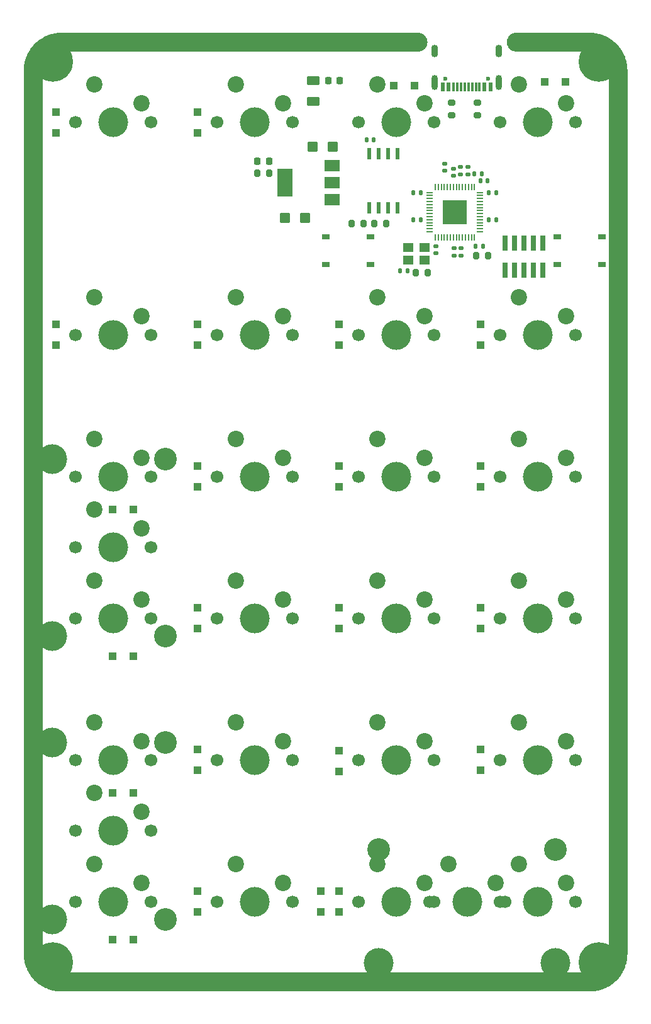
<source format=gts>
G04 #@! TF.GenerationSoftware,KiCad,Pcbnew,(7.0.0)*
G04 #@! TF.CreationDate,2023-02-14T22:37:06+01:00*
G04 #@! TF.ProjectId,MPad2040_V1,4d506164-3230-4343-905f-56312e6b6963,1.1*
G04 #@! TF.SameCoordinates,Original*
G04 #@! TF.FileFunction,Soldermask,Top*
G04 #@! TF.FilePolarity,Negative*
%FSLAX46Y46*%
G04 Gerber Fmt 4.6, Leading zero omitted, Abs format (unit mm)*
G04 Created by KiCad (PCBNEW (7.0.0)) date 2023-02-14 22:37:06*
%MOMM*%
%LPD*%
G01*
G04 APERTURE LIST*
G04 Aperture macros list*
%AMRoundRect*
0 Rectangle with rounded corners*
0 $1 Rounding radius*
0 $2 $3 $4 $5 $6 $7 $8 $9 X,Y pos of 4 corners*
0 Add a 4 corners polygon primitive as box body*
4,1,4,$2,$3,$4,$5,$6,$7,$8,$9,$2,$3,0*
0 Add four circle primitives for the rounded corners*
1,1,$1+$1,$2,$3*
1,1,$1+$1,$4,$5*
1,1,$1+$1,$6,$7*
1,1,$1+$1,$8,$9*
0 Add four rect primitives between the rounded corners*
20,1,$1+$1,$2,$3,$4,$5,0*
20,1,$1+$1,$4,$5,$6,$7,0*
20,1,$1+$1,$6,$7,$8,$9,0*
20,1,$1+$1,$8,$9,$2,$3,0*%
G04 Aperture macros list end*
%ADD10R,1.100000X1.100000*%
%ADD11RoundRect,0.200000X0.200000X0.275000X-0.200000X0.275000X-0.200000X-0.275000X0.200000X-0.275000X0*%
%ADD12RoundRect,0.200000X-0.275000X0.200000X-0.275000X-0.200000X0.275000X-0.200000X0.275000X0.200000X0*%
%ADD13RoundRect,0.218750X0.218750X0.256250X-0.218750X0.256250X-0.218750X-0.256250X0.218750X-0.256250X0*%
%ADD14RoundRect,0.250000X-0.625000X0.375000X-0.625000X-0.375000X0.625000X-0.375000X0.625000X0.375000X0*%
%ADD15RoundRect,0.140000X-0.140000X-0.170000X0.140000X-0.170000X0.140000X0.170000X-0.140000X0.170000X0*%
%ADD16RoundRect,0.140000X0.140000X0.170000X-0.140000X0.170000X-0.140000X-0.170000X0.140000X-0.170000X0*%
%ADD17R,2.000000X1.500000*%
%ADD18R,2.000000X3.800000*%
%ADD19R,0.750000X2.100000*%
%ADD20R,1.000000X0.750000*%
%ADD21RoundRect,0.140000X0.170000X-0.140000X0.170000X0.140000X-0.170000X0.140000X-0.170000X-0.140000X0*%
%ADD22R,0.532600X1.487399*%
%ADD23RoundRect,0.135000X0.185000X-0.135000X0.185000X0.135000X-0.185000X0.135000X-0.185000X-0.135000X0*%
%ADD24RoundRect,0.250000X0.450000X0.425000X-0.450000X0.425000X-0.450000X-0.425000X0.450000X-0.425000X0*%
%ADD25C,0.600000*%
%ADD26R,0.600000X1.160000*%
%ADD27R,0.300000X1.160000*%
%ADD28O,0.900000X2.000000*%
%ADD29O,0.900000X1.700000*%
%ADD30RoundRect,0.200000X-0.200000X-0.275000X0.200000X-0.275000X0.200000X0.275000X-0.200000X0.275000X0*%
%ADD31RoundRect,0.140000X-0.170000X0.140000X-0.170000X-0.140000X0.170000X-0.140000X0.170000X0.140000X0*%
%ADD32R,0.807999X0.178600*%
%ADD33R,0.178600X0.807999*%
%ADD34R,3.200400X3.200400*%
%ADD35RoundRect,0.250000X-0.450000X-0.425000X0.450000X-0.425000X0.450000X0.425000X-0.450000X0.425000X0*%
%ADD36R,1.400000X1.200000*%
%ADD37C,0.800000*%
%ADD38C,5.400000*%
%ADD39C,1.700000*%
%ADD40C,4.000000*%
%ADD41C,2.200000*%
%ADD42C,3.050000*%
G04 APERTURE END LIST*
D10*
X130252999Y-130939999D03*
X130252999Y-128139999D03*
D11*
X161304000Y-63996200D03*
X159654000Y-63996200D03*
D12*
X168000000Y-41175000D03*
X168000000Y-42825000D03*
D13*
X139930500Y-49022000D03*
X138355500Y-49022000D03*
D10*
X149302999Y-131066999D03*
X149302999Y-128266999D03*
D14*
X145874000Y-38227000D03*
X145874000Y-41027000D03*
D15*
X168370000Y-51650000D03*
X169330000Y-51650000D03*
D10*
X149302999Y-111889999D03*
X149302999Y-109089999D03*
D16*
X160324000Y-56896000D03*
X159364000Y-56896000D03*
D10*
X168352999Y-92839999D03*
X168352999Y-90039999D03*
D17*
X148388999Y-54242999D03*
X148388999Y-51942999D03*
D18*
X142088999Y-51942999D03*
D17*
X148388999Y-49642999D03*
D15*
X157586000Y-63754000D03*
X158546000Y-63754000D03*
D19*
X171654999Y-60048999D03*
X171654999Y-63648999D03*
X172924999Y-60048999D03*
X172924999Y-63648999D03*
X174194999Y-60048999D03*
X174194999Y-63648999D03*
X175464999Y-60048999D03*
X175464999Y-63648999D03*
X176734999Y-60048999D03*
X176734999Y-63648999D03*
D11*
X139968000Y-50673000D03*
X138318000Y-50673000D03*
D13*
X149430000Y-38227000D03*
X147855000Y-38227000D03*
D10*
X121619999Y-95884999D03*
X118819999Y-95884999D03*
D15*
X167746000Y-60452000D03*
X168706000Y-60452000D03*
D20*
X178687999Y-59211999D03*
X178687999Y-62961999D03*
X184687999Y-59211999D03*
X184687999Y-62961999D03*
D21*
X163550000Y-50330000D03*
X163550000Y-49370000D03*
D10*
X149302999Y-92839999D03*
X149302999Y-90039999D03*
D22*
X153366999Y-55346599D03*
X154636999Y-55346599D03*
X155906999Y-55346599D03*
X157176999Y-55346599D03*
X157176999Y-48031399D03*
X155906999Y-48031399D03*
X154636999Y-48031399D03*
X153366999Y-48031399D03*
D10*
X121619999Y-133984999D03*
X118819999Y-133984999D03*
D23*
X166650000Y-50860000D03*
X166650000Y-49840000D03*
D10*
X146889999Y-149989999D03*
X146889999Y-147189999D03*
X168352999Y-111889999D03*
X168352999Y-109089999D03*
D20*
X153572999Y-62961999D03*
X153572999Y-59211999D03*
X147572999Y-62961999D03*
X147572999Y-59211999D03*
D24*
X148494000Y-47117000D03*
X145794000Y-47117000D03*
D25*
X169390000Y-37950000D03*
X163610000Y-37950000D03*
D26*
X169699999Y-39009999D03*
X168899999Y-39009999D03*
D27*
X167749999Y-39009999D03*
X166749999Y-39009999D03*
X166249999Y-39009999D03*
X165249999Y-39009999D03*
D26*
X164099999Y-39009999D03*
X163299999Y-39009999D03*
X163299999Y-39009999D03*
X164099999Y-39009999D03*
D27*
X164749999Y-39009999D03*
X165749999Y-39009999D03*
X167249999Y-39009999D03*
X168249999Y-39009999D03*
D26*
X168899999Y-39009999D03*
X169699999Y-39009999D03*
D28*
X170819999Y-38429999D03*
D29*
X170819999Y-34259999D03*
D28*
X162179999Y-38429999D03*
D29*
X162179999Y-34259999D03*
D21*
X162384000Y-61440000D03*
X162384000Y-60480000D03*
D11*
X152668000Y-57404000D03*
X151018000Y-57404000D03*
D10*
X121619999Y-153669999D03*
X118819999Y-153669999D03*
X130252999Y-92839999D03*
X130252999Y-90039999D03*
X130252999Y-111889999D03*
X130252999Y-109089999D03*
D30*
X167782000Y-61722000D03*
X169432000Y-61722000D03*
D31*
X164846000Y-60759400D03*
X164846000Y-61719400D03*
D16*
X160324000Y-53238400D03*
X159364000Y-53238400D03*
D10*
X130252999Y-149989999D03*
X130252999Y-147189999D03*
D23*
X165650000Y-50860000D03*
X165650000Y-49840000D03*
D32*
X161522799Y-53238399D03*
X161522799Y-53644799D03*
X161522799Y-54051199D03*
X161522799Y-54457599D03*
X161522799Y-54863999D03*
X161522799Y-55270399D03*
X161522799Y-55676799D03*
X161522799Y-56083199D03*
X161522799Y-56489599D03*
X161522799Y-56895999D03*
X161522799Y-57302399D03*
X161522799Y-57708799D03*
X161522799Y-58115199D03*
X161522799Y-58521599D03*
D33*
X162282399Y-59281199D03*
X162688799Y-59281199D03*
X163095199Y-59281199D03*
X163501599Y-59281199D03*
X163907999Y-59281199D03*
X164314399Y-59281199D03*
X164720799Y-59281199D03*
X165127199Y-59281199D03*
X165533599Y-59281199D03*
X165939999Y-59281199D03*
X166346399Y-59281199D03*
X166752799Y-59281199D03*
X167159199Y-59281199D03*
X167565599Y-59281199D03*
D32*
X168325199Y-58521599D03*
X168325199Y-58115199D03*
X168325199Y-57708799D03*
X168325199Y-57302399D03*
X168325199Y-56895999D03*
X168325199Y-56489599D03*
X168325199Y-56083199D03*
X168325199Y-55676799D03*
X168325199Y-55270399D03*
X168325199Y-54863999D03*
X168325199Y-54457599D03*
X168325199Y-54051199D03*
X168325199Y-53644799D03*
X168325199Y-53238399D03*
D33*
X167565599Y-52478799D03*
X167159199Y-52478799D03*
X166752799Y-52478799D03*
X166346399Y-52478799D03*
X165939999Y-52478799D03*
X165533599Y-52478799D03*
X165127199Y-52478799D03*
X164720799Y-52478799D03*
X164314399Y-52478799D03*
X163907999Y-52478799D03*
X163501599Y-52478799D03*
X163095199Y-52478799D03*
X162688799Y-52478799D03*
X162282399Y-52478799D03*
D34*
X164923999Y-55879999D03*
D10*
X168352999Y-73789999D03*
X168352999Y-70989999D03*
X179785999Y-38353999D03*
X176985999Y-38353999D03*
X111202999Y-73789999D03*
X111202999Y-70989999D03*
X149302999Y-149989999D03*
X149302999Y-147189999D03*
D15*
X167570000Y-50700000D03*
X168530000Y-50700000D03*
D21*
X164700000Y-50980000D03*
X164700000Y-50020000D03*
D10*
X111202999Y-45214999D03*
X111202999Y-42414999D03*
D15*
X169524000Y-53238400D03*
X170484000Y-53238400D03*
D11*
X155716000Y-57404000D03*
X154066000Y-57404000D03*
D10*
X130252999Y-45214999D03*
X130252999Y-42414999D03*
D15*
X153042000Y-46202600D03*
X154002000Y-46202600D03*
D10*
X168352999Y-130939999D03*
X168352999Y-128139999D03*
X121619999Y-115569999D03*
X118819999Y-115569999D03*
X130252999Y-73789999D03*
X130252999Y-70989999D03*
X159465999Y-38861999D03*
X156665999Y-38861999D03*
D15*
X169524000Y-56896000D03*
X170484000Y-56896000D03*
D31*
X165785800Y-60759400D03*
X165785800Y-61719400D03*
D35*
X142064000Y-56642000D03*
X144764000Y-56642000D03*
D36*
X160866510Y-60656999D03*
X158666510Y-60656999D03*
X158666510Y-62356999D03*
X160866510Y-62356999D03*
D10*
X149302999Y-73789999D03*
X149302999Y-70989999D03*
D12*
X164500000Y-41175000D03*
X164500000Y-42825000D03*
D37*
X186300000Y-35702500D03*
X185706891Y-37134391D03*
X185706891Y-34270609D03*
X184275000Y-37727500D03*
D38*
X184275000Y-35702500D03*
D37*
X184275000Y-33677500D03*
X182843109Y-37134391D03*
X182843109Y-34270609D03*
X182250000Y-35702500D03*
D39*
X181180000Y-72390000D03*
D40*
X176100000Y-72390000D03*
D39*
X171020000Y-72390000D03*
D41*
X173560000Y-67310000D03*
X179910000Y-69850000D03*
D39*
X162130000Y-110490000D03*
D40*
X157050000Y-110490000D03*
D39*
X151970000Y-110490000D03*
D41*
X154510000Y-105410000D03*
X160860000Y-107950000D03*
D39*
X181180000Y-43815000D03*
D40*
X176100000Y-43815000D03*
D39*
X171020000Y-43815000D03*
D41*
X173560000Y-38735000D03*
X179910000Y-41275000D03*
D37*
X186300000Y-156702500D03*
X185706891Y-158134391D03*
X185706891Y-155270609D03*
X184275000Y-158727500D03*
D38*
X184275000Y-156702500D03*
D37*
X184275000Y-154677500D03*
X182843109Y-158134391D03*
X182843109Y-155270609D03*
X182250000Y-156702500D03*
D39*
X181180000Y-110490000D03*
D40*
X176100000Y-110490000D03*
D39*
X171020000Y-110490000D03*
D41*
X173560000Y-105410000D03*
X179910000Y-107950000D03*
D39*
X124030000Y-148590000D03*
D40*
X118950000Y-148590000D03*
D39*
X113870000Y-148590000D03*
D41*
X116410000Y-143510000D03*
X122760000Y-146050000D03*
D37*
X112800000Y-35702500D03*
X112206891Y-37134391D03*
X112206891Y-34270609D03*
X110775000Y-37727500D03*
D38*
X110775000Y-35702500D03*
D37*
X110775000Y-33677500D03*
X109343109Y-37134391D03*
X109343109Y-34270609D03*
X108750000Y-35702500D03*
D39*
X143080000Y-72390000D03*
D40*
X138000000Y-72390000D03*
D39*
X132920000Y-72390000D03*
D41*
X135460000Y-67310000D03*
X141810000Y-69850000D03*
D39*
X143080000Y-91440000D03*
D40*
X138000000Y-91440000D03*
D39*
X132920000Y-91440000D03*
D41*
X135460000Y-86360000D03*
X141810000Y-88900000D03*
D39*
X124030000Y-110490000D03*
D40*
X118950000Y-110490000D03*
D39*
X113870000Y-110490000D03*
D41*
X116410000Y-105410000D03*
X122760000Y-107950000D03*
D39*
X162130000Y-91440000D03*
D40*
X157050000Y-91440000D03*
D39*
X151970000Y-91440000D03*
D41*
X154510000Y-86360000D03*
X160860000Y-88900000D03*
D42*
X125950000Y-150965000D03*
X125950000Y-127165000D03*
D39*
X124030000Y-139065000D03*
D40*
X118950000Y-139065000D03*
D39*
X113870000Y-139065000D03*
D40*
X110710000Y-150965000D03*
X110710000Y-127165000D03*
D41*
X116410000Y-133985000D03*
X122760000Y-136525000D03*
D39*
X181180000Y-91440000D03*
D40*
X176100000Y-91440000D03*
D39*
X171020000Y-91440000D03*
D41*
X173560000Y-86360000D03*
X179910000Y-88900000D03*
D39*
X124030000Y-72390000D03*
D40*
X118950000Y-72390000D03*
D39*
X113870000Y-72390000D03*
D41*
X116410000Y-67310000D03*
X122760000Y-69850000D03*
D42*
X125950000Y-112865000D03*
X125950000Y-89065000D03*
D39*
X124030000Y-100965000D03*
D40*
X118950000Y-100965000D03*
D39*
X113870000Y-100965000D03*
D40*
X110710000Y-112865000D03*
X110710000Y-89065000D03*
D41*
X116410000Y-95885000D03*
X122760000Y-98425000D03*
D39*
X124030000Y-129540000D03*
D40*
X118950000Y-129540000D03*
D39*
X113870000Y-129540000D03*
D41*
X116410000Y-124460000D03*
X122760000Y-127000000D03*
D39*
X162130000Y-129540000D03*
D40*
X157050000Y-129540000D03*
D39*
X151970000Y-129540000D03*
D41*
X154510000Y-124460000D03*
X160860000Y-127000000D03*
D39*
X181180000Y-129540000D03*
D40*
X176100000Y-129540000D03*
D39*
X171020000Y-129540000D03*
D41*
X173560000Y-124460000D03*
X179910000Y-127000000D03*
D37*
X110775000Y-158727500D03*
X109343109Y-158134391D03*
X112206891Y-158134391D03*
X108750000Y-156702500D03*
D38*
X110775000Y-156702500D03*
D37*
X112800000Y-156702500D03*
X109343109Y-155270609D03*
X112206891Y-155270609D03*
X110775000Y-154677500D03*
D39*
X181180000Y-148590000D03*
D40*
X176100000Y-148590000D03*
D39*
X171020000Y-148590000D03*
D41*
X173560000Y-143510000D03*
X179910000Y-146050000D03*
D39*
X162130000Y-148590000D03*
D40*
X157050000Y-148590000D03*
D39*
X151970000Y-148590000D03*
D41*
X154510000Y-143510000D03*
X160860000Y-146050000D03*
D39*
X162130000Y-43815000D03*
D40*
X157050000Y-43815000D03*
D39*
X151970000Y-43815000D03*
D41*
X154510000Y-38735000D03*
X160860000Y-41275000D03*
D39*
X143080000Y-110490000D03*
D40*
X138000000Y-110490000D03*
D39*
X132920000Y-110490000D03*
D41*
X135460000Y-105410000D03*
X141810000Y-107950000D03*
D40*
X178475000Y-156830000D03*
D42*
X178475000Y-141590000D03*
D39*
X171655000Y-148590000D03*
D40*
X166575000Y-148590000D03*
D39*
X161495000Y-148590000D03*
D40*
X154675000Y-156830000D03*
D42*
X154675000Y-141590000D03*
D41*
X164035000Y-143510000D03*
X170385000Y-146050000D03*
D39*
X143080000Y-148590000D03*
D40*
X138000000Y-148590000D03*
D39*
X132920000Y-148590000D03*
D41*
X135460000Y-143510000D03*
X141810000Y-146050000D03*
D39*
X143080000Y-43815000D03*
D40*
X138000000Y-43815000D03*
D39*
X132920000Y-43815000D03*
D41*
X135460000Y-38735000D03*
X141810000Y-41275000D03*
D39*
X162130000Y-72390000D03*
D40*
X157050000Y-72390000D03*
D39*
X151970000Y-72390000D03*
D41*
X154510000Y-67310000D03*
X160860000Y-69850000D03*
D39*
X124030000Y-91440000D03*
D40*
X118950000Y-91440000D03*
D39*
X113870000Y-91440000D03*
D41*
X116410000Y-86360000D03*
X122760000Y-88900000D03*
D39*
X124030000Y-43815000D03*
D40*
X118950000Y-43815000D03*
D39*
X113870000Y-43815000D03*
D41*
X116410000Y-38735000D03*
X122760000Y-41275000D03*
D39*
X143080000Y-129540000D03*
D40*
X138000000Y-129540000D03*
D39*
X132920000Y-129540000D03*
D41*
X135460000Y-124460000D03*
X141810000Y-127000000D03*
G36*
X159986179Y-31751328D02*
G01*
X160161117Y-31766633D01*
X160221026Y-31777196D01*
X160375868Y-31818685D01*
X160433037Y-31839493D01*
X160578326Y-31907243D01*
X160631010Y-31937660D01*
X160762332Y-32029613D01*
X160808933Y-32068717D01*
X160922282Y-32182066D01*
X160961386Y-32228667D01*
X161053339Y-32359989D01*
X161083756Y-32412673D01*
X161151506Y-32557962D01*
X161172314Y-32615131D01*
X161213803Y-32769973D01*
X161224366Y-32829882D01*
X161238338Y-32989582D01*
X161238338Y-33050416D01*
X161224366Y-33210117D01*
X161213803Y-33270026D01*
X161172314Y-33424868D01*
X161151506Y-33482037D01*
X161083756Y-33627326D01*
X161053339Y-33680010D01*
X160961386Y-33811332D01*
X160922282Y-33857933D01*
X160808933Y-33971282D01*
X160762332Y-34010386D01*
X160631010Y-34102339D01*
X160578326Y-34132756D01*
X160433037Y-34200506D01*
X160375868Y-34221314D01*
X160221026Y-34262803D01*
X160161119Y-34273366D01*
X159986181Y-34288672D01*
X159955762Y-34290000D01*
X111970285Y-34290000D01*
X111959719Y-34290319D01*
X111669360Y-34307882D01*
X111648467Y-34310419D01*
X111367510Y-34361907D01*
X111347075Y-34366943D01*
X111074368Y-34451922D01*
X111054685Y-34459387D01*
X110794219Y-34576613D01*
X110775580Y-34586396D01*
X110531140Y-34734165D01*
X110513812Y-34746126D01*
X110288966Y-34922281D01*
X110273210Y-34936240D01*
X110071240Y-35138210D01*
X110057281Y-35153966D01*
X109881126Y-35378812D01*
X109869165Y-35396140D01*
X109721396Y-35640580D01*
X109711613Y-35659219D01*
X109594387Y-35919685D01*
X109586922Y-35939368D01*
X109501943Y-36212075D01*
X109496907Y-36232510D01*
X109445419Y-36513467D01*
X109442882Y-36534360D01*
X109425319Y-36824719D01*
X109425000Y-36835285D01*
X109425000Y-155569715D01*
X109425319Y-155580280D01*
X109442882Y-155870639D01*
X109445419Y-155891532D01*
X109496907Y-156172489D01*
X109501943Y-156192924D01*
X109586922Y-156465631D01*
X109594387Y-156485314D01*
X109711613Y-156745780D01*
X109721396Y-156764419D01*
X109869165Y-157008859D01*
X109881126Y-157026187D01*
X110057281Y-157251033D01*
X110071240Y-157266789D01*
X110273210Y-157468759D01*
X110288966Y-157482718D01*
X110513812Y-157658873D01*
X110531140Y-157670834D01*
X110775580Y-157818603D01*
X110794219Y-157828386D01*
X111054685Y-157945612D01*
X111074368Y-157953077D01*
X111347075Y-158038056D01*
X111367510Y-158043092D01*
X111648467Y-158094580D01*
X111669360Y-158097117D01*
X111959719Y-158114680D01*
X111970285Y-158115000D01*
X183079715Y-158115000D01*
X183090280Y-158114680D01*
X183380639Y-158097117D01*
X183401532Y-158094580D01*
X183682489Y-158043092D01*
X183702924Y-158038056D01*
X183975631Y-157953077D01*
X183995314Y-157945612D01*
X184255780Y-157828386D01*
X184274419Y-157818603D01*
X184518859Y-157670834D01*
X184536187Y-157658873D01*
X184761033Y-157482718D01*
X184776789Y-157468759D01*
X184978759Y-157266789D01*
X184992718Y-157251033D01*
X185168873Y-157026187D01*
X185180834Y-157008859D01*
X185328603Y-156764419D01*
X185338386Y-156745780D01*
X185455612Y-156485314D01*
X185463077Y-156465631D01*
X185548056Y-156192924D01*
X185553092Y-156172489D01*
X185604580Y-155891532D01*
X185607117Y-155870639D01*
X185624680Y-155580280D01*
X185625000Y-155569715D01*
X185625000Y-36835285D01*
X185624680Y-36824719D01*
X185607117Y-36534360D01*
X185604580Y-36513467D01*
X185553092Y-36232510D01*
X185548056Y-36212075D01*
X185463077Y-35939368D01*
X185455612Y-35919685D01*
X185338386Y-35659219D01*
X185328603Y-35640580D01*
X185180834Y-35396140D01*
X185168873Y-35378812D01*
X184992718Y-35153966D01*
X184978759Y-35138210D01*
X184776789Y-34936240D01*
X184761033Y-34922281D01*
X184536187Y-34746126D01*
X184518859Y-34734165D01*
X184274419Y-34586396D01*
X184255780Y-34576613D01*
X183995314Y-34459387D01*
X183975631Y-34451922D01*
X183702924Y-34366943D01*
X183682489Y-34361907D01*
X183401532Y-34310419D01*
X183380639Y-34307882D01*
X183090280Y-34290319D01*
X183079715Y-34290000D01*
X173194238Y-34290000D01*
X173163819Y-34288672D01*
X172988880Y-34273366D01*
X172928973Y-34262803D01*
X172774131Y-34221314D01*
X172716962Y-34200506D01*
X172571673Y-34132756D01*
X172518989Y-34102339D01*
X172387667Y-34010386D01*
X172341066Y-33971282D01*
X172227717Y-33857933D01*
X172188613Y-33811332D01*
X172096660Y-33680010D01*
X172066243Y-33627326D01*
X171998493Y-33482037D01*
X171977685Y-33424868D01*
X171936196Y-33270026D01*
X171925633Y-33210117D01*
X171911661Y-33050416D01*
X171911661Y-32989582D01*
X171925633Y-32829882D01*
X171936196Y-32769973D01*
X171977685Y-32615131D01*
X171998493Y-32557962D01*
X172066243Y-32412673D01*
X172096660Y-32359989D01*
X172188613Y-32228667D01*
X172227717Y-32182066D01*
X172341066Y-32068717D01*
X172387667Y-32029613D01*
X172518989Y-31937660D01*
X172571673Y-31907243D01*
X172716962Y-31839493D01*
X172774131Y-31818685D01*
X172928973Y-31777196D01*
X172988882Y-31766633D01*
X173163821Y-31751328D01*
X173194238Y-31750000D01*
X183027700Y-31750000D01*
X183031502Y-31750021D01*
X183081158Y-31750562D01*
X183088780Y-31750728D01*
X183138459Y-31752355D01*
X183142258Y-31752500D01*
X183413149Y-31764327D01*
X183420753Y-31764742D01*
X183519947Y-31771244D01*
X183535113Y-31772571D01*
X183633922Y-31783392D01*
X183641482Y-31784304D01*
X183853412Y-31812205D01*
X183860952Y-31813281D01*
X183959178Y-31828400D01*
X183974172Y-31831044D01*
X184071662Y-31850436D01*
X184079112Y-31852003D01*
X184287852Y-31898279D01*
X184295267Y-31900007D01*
X184391758Y-31923618D01*
X184406468Y-31927560D01*
X184501912Y-31955380D01*
X184509195Y-31957590D01*
X184713067Y-32021870D01*
X184720303Y-32024238D01*
X184814417Y-32056185D01*
X184828727Y-32061393D01*
X184921383Y-32097425D01*
X184928448Y-32100262D01*
X185125914Y-32182055D01*
X185132915Y-32185045D01*
X185223914Y-32225085D01*
X185237716Y-32231521D01*
X185326872Y-32275488D01*
X185333665Y-32278930D01*
X185523246Y-32377621D01*
X185529959Y-32381209D01*
X185617107Y-32429020D01*
X185630292Y-32436632D01*
X185715293Y-32488211D01*
X185721761Y-32492234D01*
X185902015Y-32607069D01*
X185908390Y-32611229D01*
X185991048Y-32666459D01*
X186003523Y-32675193D01*
X186083683Y-32733969D01*
X186089773Y-32738538D01*
X186259355Y-32868663D01*
X186265344Y-32873363D01*
X186342860Y-32935576D01*
X186354525Y-32945364D01*
X186429268Y-33010912D01*
X186434937Y-33015995D01*
X186592540Y-33160412D01*
X186598096Y-33165614D01*
X186669889Y-33234340D01*
X186680659Y-33245110D01*
X186749385Y-33316903D01*
X186754587Y-33322459D01*
X186899004Y-33480062D01*
X186904087Y-33485731D01*
X186969635Y-33560474D01*
X186979423Y-33572139D01*
X187041636Y-33649655D01*
X187046336Y-33655644D01*
X187176461Y-33825226D01*
X187181030Y-33831316D01*
X187239806Y-33911476D01*
X187248540Y-33923951D01*
X187303770Y-34006609D01*
X187307930Y-34012984D01*
X187422765Y-34193238D01*
X187426788Y-34199706D01*
X187478367Y-34284707D01*
X187485979Y-34297892D01*
X187533790Y-34385040D01*
X187537378Y-34391753D01*
X187636069Y-34581334D01*
X187639511Y-34588127D01*
X187683478Y-34677283D01*
X187689914Y-34691085D01*
X187729954Y-34782084D01*
X187732944Y-34789085D01*
X187814737Y-34986551D01*
X187817574Y-34993616D01*
X187853606Y-35086272D01*
X187858814Y-35100582D01*
X187890761Y-35194696D01*
X187893129Y-35201932D01*
X187957409Y-35405804D01*
X187959619Y-35413087D01*
X187987439Y-35508531D01*
X187991381Y-35523241D01*
X188014992Y-35619732D01*
X188016720Y-35627147D01*
X188062996Y-35835887D01*
X188064563Y-35843337D01*
X188083955Y-35940827D01*
X188086599Y-35955821D01*
X188101718Y-36054047D01*
X188102794Y-36061587D01*
X188130695Y-36273517D01*
X188131607Y-36281077D01*
X188142428Y-36379886D01*
X188143755Y-36395052D01*
X188150257Y-36494246D01*
X188150672Y-36501850D01*
X188162499Y-36772741D01*
X188162644Y-36776540D01*
X188164271Y-36826219D01*
X188164437Y-36833834D01*
X188164979Y-36883491D01*
X188165000Y-36887300D01*
X188165000Y-155517700D01*
X188164979Y-155521509D01*
X188164437Y-155571165D01*
X188164271Y-155578780D01*
X188162644Y-155628459D01*
X188162499Y-155632258D01*
X188150672Y-155903149D01*
X188150257Y-155910753D01*
X188143755Y-156009947D01*
X188142428Y-156025113D01*
X188131607Y-156123922D01*
X188130695Y-156131482D01*
X188102794Y-156343412D01*
X188101718Y-156350952D01*
X188086599Y-156449178D01*
X188083955Y-156464172D01*
X188064563Y-156561662D01*
X188062996Y-156569112D01*
X188016720Y-156777852D01*
X188014992Y-156785267D01*
X187991381Y-156881758D01*
X187987439Y-156896468D01*
X187959619Y-156991912D01*
X187957409Y-156999195D01*
X187893129Y-157203067D01*
X187890761Y-157210303D01*
X187858814Y-157304417D01*
X187853606Y-157318727D01*
X187817574Y-157411383D01*
X187814737Y-157418448D01*
X187732944Y-157615914D01*
X187729954Y-157622915D01*
X187689914Y-157713914D01*
X187683478Y-157727716D01*
X187639511Y-157816872D01*
X187636069Y-157823665D01*
X187537378Y-158013246D01*
X187533790Y-158019959D01*
X187485979Y-158107107D01*
X187478367Y-158120292D01*
X187426788Y-158205293D01*
X187422765Y-158211761D01*
X187307930Y-158392015D01*
X187303770Y-158398390D01*
X187248540Y-158481048D01*
X187239806Y-158493523D01*
X187181030Y-158573683D01*
X187176461Y-158579773D01*
X187046336Y-158749355D01*
X187041636Y-158755344D01*
X186979423Y-158832860D01*
X186969635Y-158844525D01*
X186904087Y-158919268D01*
X186899004Y-158924937D01*
X186754587Y-159082540D01*
X186749385Y-159088096D01*
X186680659Y-159159889D01*
X186669889Y-159170659D01*
X186598096Y-159239385D01*
X186592540Y-159244587D01*
X186434937Y-159389004D01*
X186429268Y-159394087D01*
X186354525Y-159459635D01*
X186342860Y-159469423D01*
X186265344Y-159531636D01*
X186259355Y-159536336D01*
X186089773Y-159666461D01*
X186083683Y-159671030D01*
X186003523Y-159729806D01*
X185991048Y-159738540D01*
X185908390Y-159793770D01*
X185902015Y-159797930D01*
X185721761Y-159912765D01*
X185715293Y-159916788D01*
X185630292Y-159968367D01*
X185617107Y-159975979D01*
X185529959Y-160023790D01*
X185523246Y-160027378D01*
X185333665Y-160126069D01*
X185326872Y-160129511D01*
X185237716Y-160173478D01*
X185223914Y-160179914D01*
X185132915Y-160219954D01*
X185125914Y-160222944D01*
X184928448Y-160304737D01*
X184921383Y-160307574D01*
X184828727Y-160343606D01*
X184814417Y-160348814D01*
X184720303Y-160380761D01*
X184713067Y-160383129D01*
X184509195Y-160447409D01*
X184501912Y-160449619D01*
X184406468Y-160477439D01*
X184391758Y-160481381D01*
X184295267Y-160504992D01*
X184287852Y-160506720D01*
X184079112Y-160552996D01*
X184071662Y-160554563D01*
X183974172Y-160573955D01*
X183959178Y-160576599D01*
X183860952Y-160591718D01*
X183853412Y-160592794D01*
X183641482Y-160620695D01*
X183633922Y-160621607D01*
X183535113Y-160632428D01*
X183519947Y-160633755D01*
X183420753Y-160640257D01*
X183413149Y-160640672D01*
X183142258Y-160652499D01*
X183138459Y-160652644D01*
X183088780Y-160654271D01*
X183081165Y-160654437D01*
X183031509Y-160654979D01*
X183027700Y-160655000D01*
X112022300Y-160655000D01*
X112018491Y-160654979D01*
X111968834Y-160654437D01*
X111961219Y-160654271D01*
X111911540Y-160652644D01*
X111907741Y-160652499D01*
X111636850Y-160640672D01*
X111629246Y-160640257D01*
X111530052Y-160633755D01*
X111514886Y-160632428D01*
X111416077Y-160621607D01*
X111408517Y-160620695D01*
X111196587Y-160592794D01*
X111189047Y-160591718D01*
X111090821Y-160576599D01*
X111075827Y-160573955D01*
X110978337Y-160554563D01*
X110970887Y-160552996D01*
X110762147Y-160506720D01*
X110754732Y-160504992D01*
X110658241Y-160481381D01*
X110643531Y-160477439D01*
X110548087Y-160449619D01*
X110540804Y-160447409D01*
X110336932Y-160383129D01*
X110329696Y-160380761D01*
X110235582Y-160348814D01*
X110221272Y-160343606D01*
X110128616Y-160307574D01*
X110121551Y-160304737D01*
X109924085Y-160222944D01*
X109917084Y-160219954D01*
X109826085Y-160179914D01*
X109812283Y-160173478D01*
X109723127Y-160129511D01*
X109716334Y-160126069D01*
X109526753Y-160027378D01*
X109520040Y-160023790D01*
X109432892Y-159975979D01*
X109419707Y-159968367D01*
X109334706Y-159916788D01*
X109328238Y-159912765D01*
X109147984Y-159797930D01*
X109141609Y-159793770D01*
X109058951Y-159738540D01*
X109046476Y-159729806D01*
X108966316Y-159671030D01*
X108960226Y-159666461D01*
X108790644Y-159536336D01*
X108784655Y-159531636D01*
X108707139Y-159469423D01*
X108695474Y-159459635D01*
X108620731Y-159394087D01*
X108615062Y-159389004D01*
X108457459Y-159244587D01*
X108451903Y-159239385D01*
X108380110Y-159170659D01*
X108369340Y-159159889D01*
X108300614Y-159088096D01*
X108295412Y-159082540D01*
X108150995Y-158924937D01*
X108145912Y-158919268D01*
X108080364Y-158844525D01*
X108070576Y-158832860D01*
X108008363Y-158755344D01*
X108003663Y-158749355D01*
X107873538Y-158579773D01*
X107868969Y-158573683D01*
X107810193Y-158493523D01*
X107801459Y-158481048D01*
X107746229Y-158398390D01*
X107742069Y-158392015D01*
X107627234Y-158211761D01*
X107623211Y-158205293D01*
X107571632Y-158120292D01*
X107564020Y-158107107D01*
X107516209Y-158019959D01*
X107512621Y-158013246D01*
X107413930Y-157823665D01*
X107410488Y-157816872D01*
X107366521Y-157727716D01*
X107360085Y-157713914D01*
X107320045Y-157622915D01*
X107317055Y-157615914D01*
X107235262Y-157418448D01*
X107232425Y-157411383D01*
X107196393Y-157318727D01*
X107191185Y-157304417D01*
X107159238Y-157210303D01*
X107156870Y-157203067D01*
X107092590Y-156999195D01*
X107090380Y-156991912D01*
X107062560Y-156896468D01*
X107058618Y-156881758D01*
X107035007Y-156785267D01*
X107033279Y-156777852D01*
X106987003Y-156569112D01*
X106985436Y-156561662D01*
X106966044Y-156464172D01*
X106963400Y-156449178D01*
X106948281Y-156350952D01*
X106947205Y-156343412D01*
X106919304Y-156131482D01*
X106918392Y-156123922D01*
X106907571Y-156025113D01*
X106906244Y-156009947D01*
X106899742Y-155910753D01*
X106899327Y-155903149D01*
X106887500Y-155632258D01*
X106887355Y-155628459D01*
X106885728Y-155578780D01*
X106885562Y-155571158D01*
X106885021Y-155521502D01*
X106885000Y-155517700D01*
X106885000Y-36887300D01*
X106885021Y-36883498D01*
X106885562Y-36833841D01*
X106885728Y-36826219D01*
X106887355Y-36776540D01*
X106887500Y-36772741D01*
X106899327Y-36501850D01*
X106899742Y-36494246D01*
X106906244Y-36395052D01*
X106907571Y-36379886D01*
X106918392Y-36281077D01*
X106919304Y-36273517D01*
X106947205Y-36061587D01*
X106948281Y-36054047D01*
X106963400Y-35955821D01*
X106966044Y-35940827D01*
X106985436Y-35843337D01*
X106987003Y-35835887D01*
X107033279Y-35627147D01*
X107035007Y-35619732D01*
X107058618Y-35523241D01*
X107062560Y-35508531D01*
X107090380Y-35413087D01*
X107092590Y-35405804D01*
X107156870Y-35201932D01*
X107159238Y-35194696D01*
X107191185Y-35100582D01*
X107196393Y-35086272D01*
X107232425Y-34993616D01*
X107235262Y-34986551D01*
X107317055Y-34789085D01*
X107320045Y-34782084D01*
X107360085Y-34691085D01*
X107366521Y-34677283D01*
X107410488Y-34588127D01*
X107413930Y-34581334D01*
X107512621Y-34391753D01*
X107516209Y-34385040D01*
X107564020Y-34297892D01*
X107571632Y-34284707D01*
X107623211Y-34199706D01*
X107627234Y-34193238D01*
X107742069Y-34012984D01*
X107746229Y-34006609D01*
X107801459Y-33923951D01*
X107810193Y-33911476D01*
X107868969Y-33831316D01*
X107873538Y-33825226D01*
X108003663Y-33655644D01*
X108008363Y-33649655D01*
X108070576Y-33572139D01*
X108080364Y-33560474D01*
X108145912Y-33485731D01*
X108150995Y-33480062D01*
X108295412Y-33322459D01*
X108300614Y-33316903D01*
X108369340Y-33245110D01*
X108380110Y-33234340D01*
X108451903Y-33165614D01*
X108457459Y-33160412D01*
X108615062Y-33015995D01*
X108620731Y-33010912D01*
X108695474Y-32945364D01*
X108707139Y-32935576D01*
X108784655Y-32873363D01*
X108790644Y-32868663D01*
X108960226Y-32738538D01*
X108966316Y-32733969D01*
X109046476Y-32675193D01*
X109058951Y-32666459D01*
X109141609Y-32611229D01*
X109147984Y-32607069D01*
X109328238Y-32492234D01*
X109334706Y-32488211D01*
X109419707Y-32436632D01*
X109432892Y-32429020D01*
X109520040Y-32381209D01*
X109526753Y-32377621D01*
X109716334Y-32278930D01*
X109723127Y-32275488D01*
X109812283Y-32231521D01*
X109826085Y-32225085D01*
X109917084Y-32185045D01*
X109924085Y-32182055D01*
X110121551Y-32100262D01*
X110128616Y-32097425D01*
X110221272Y-32061393D01*
X110235582Y-32056185D01*
X110329696Y-32024238D01*
X110336932Y-32021870D01*
X110540804Y-31957590D01*
X110548087Y-31955380D01*
X110643531Y-31927560D01*
X110658241Y-31923618D01*
X110754732Y-31900007D01*
X110762147Y-31898279D01*
X110970887Y-31852003D01*
X110978337Y-31850436D01*
X111075827Y-31831044D01*
X111090821Y-31828400D01*
X111189047Y-31813281D01*
X111196587Y-31812205D01*
X111408517Y-31784304D01*
X111416077Y-31783392D01*
X111514886Y-31772571D01*
X111530052Y-31771244D01*
X111629246Y-31764742D01*
X111636850Y-31764327D01*
X111907741Y-31752500D01*
X111911540Y-31752355D01*
X111961219Y-31750728D01*
X111968841Y-31750562D01*
X112018498Y-31750021D01*
X112022300Y-31750000D01*
X159955762Y-31750000D01*
X159986179Y-31751328D01*
G37*
M02*

</source>
